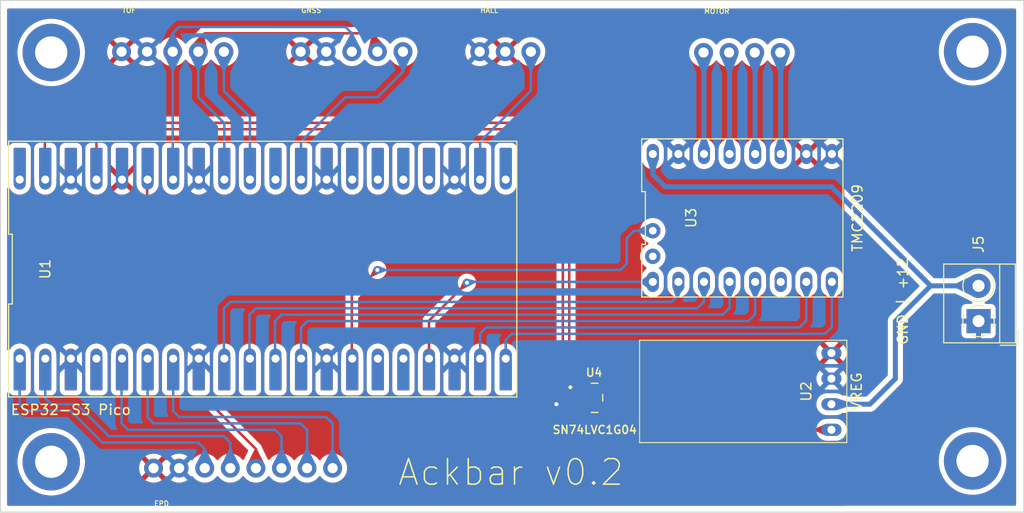
<source format=kicad_pcb>
(kicad_pcb (version 20221018) (generator pcbnew)
  (layers (0 "F.Cu" signal) (31 "B.Cu" signal) (34 "B.Paste" user) (35 "F.Paste" user) (36 "B.SilkS" user "B.Silkscreen") (37 "F.SilkS" user "F.Silkscreen") (38 "B.Mask" user) (39 "F.Mask" user) (44 "Edge.Cuts" user))
  (net 0 "")
  (net 7 "Net-(U1-3V3_EN)")
  (net 8 "Net-(U1-VSYS)")
  (net 9 "/GND")
  (net 10 "/3V3")
  (net 11 "/VIN")
  (net 12 "/SCL")
  (net 13 "/SDA")
  (net 14 "/HALL")
  (net 18 "/STP_EN")
  (net 19 "/STP_CLK")
  (net 20 "/STP_VREF")
  (net 21 "/STP_DIAG")
  (net 22 "/TOF_XSHUT")
  (net 23 "/GNSS_INT")
  (net 24 "/MOSI")
  (net 25 "/SCK")
  (net 26 "/EPD_SS")
  (net 27 "/EPD_DC")
  (net 28 "/EPD_RST")
  (net 29 "/EPD_BUSY")
  (net 30 "/MISO")
  (net 31 "/STP_MS1")
  (net 32 "/STP_MS2")
  (net 33 "/STP_MS3")
  (net 34 "/STP_PDN")
  (net 35 "/STP_STEP")
  (net 36 "/STP_DIR")
  (net 37 "/M_A2")
  (net 38 "/M_A1")
  (net 39 "/M_B1")
  (net 40 "/M_B2")
  (net 41 "Net-(U2-EN)")
  (footprint "Ackbar:Waveshare ESP32-S3 Pico" (layer "F.Cu") (at 38.143 38.654334)
    (fp_text reference "U1")
    (fp_text value "ESP32-S3 Pico")
  )
  (footprint "Ackbar:SOT95P280X145-5N" (layer "F.Cu") (at 71.105 51.435)
    (fp_text reference "U4")
    (fp_text value "SN74LVC1G04")
  )
  (footprint "MountingHole:MountingHole_3.2mm_M3_ISO7380_Pad_TopBottom" (layer "F.Cu") (at 108.628 17.064334)
    (fp_text reference "REF**" hide)
    (fp_text value "MountingHole_3.2mm_M3_ISO7380_Pad_TopBottom" hide)
  )
  (footprint "SparkFun-Connector:1X05" (layer "F.Cu") (at 24.13 17.064334)
    (fp_text reference "J1")
    (fp_text value "TOF")
  )
  (footprint "SparkFun-Connector:1X05" (layer "F.Cu") (at 41.91 17.064334)
    (fp_text reference "J2")
    (fp_text value "GNSS")
  )
  (footprint "SparkFun-Connector:1X04" (layer "F.Cu") (at 81.915 17.145)
    (fp_text reference "J4")
    (fp_text value "MOTOR")
  )
  (footprint "Ackbar:Buck Regulator" (layer "F.Cu") (at 94.615 50.8 180)
    (fp_text reference "U2")
    (fp_text value "VREG")
  )
  (footprint "MountingHole:MountingHole_3.2mm_M3_ISO7380_Pad_TopBottom" (layer "F.Cu") (at 17.145 57.785)
    (fp_text reference "REF**" hide)
    (fp_text value "MountingHole_3.2mm_M3_ISO7380_Pad_TopBottom" hide)
  )
  (footprint "SparkFun-Connector:1X03" (layer "F.Cu") (at 59.69 17.064334)
    (fp_text reference "J3")
    (fp_text value "HALL")
  )
  (footprint "MountingHole:MountingHole_3.2mm_M3_ISO7380_Pad_TopBottom" (layer "F.Cu") (at 17.145 17.145)
    (fp_text reference "REF**" hide)
    (fp_text value "MountingHole_3.2mm_M3_ISO7380_Pad_TopBottom" hide)
  )
  (footprint "TerminalBlock_4Ucon:TerminalBlock_4Ucon_1x02_P3.50mm_Horizontal" (layer "F.Cu") (at 109.22 43.815 90)
    (fp_text reference "J5")
    (fp_text value "PWR_IN" hide)
  )
  (footprint "SparkFun-Connector:1X08" (layer "F.Cu") (at 27.305 58.42)
    (fp_text reference "J6")
    (fp_text value "EPD")
  )
  (footprint "MountingHole:MountingHole_3.2mm_M3_ISO7380_Pad_TopBottom" (layer "F.Cu") (at 108.628 57.704334)
    (fp_text reference "REF**" hide)
    (fp_text value "MountingHole_3.2mm_M3_ISO7380_Pad_TopBottom" hide)
  )
  (footprint "Ackbar:BTT TMC2209" (layer "F.Cu") (at 85.768 33.574334)
    (fp_text reference "U3")
    (fp_text value "TMC2209")
  )
  (gr_rect (start 12.108 11.984334) (end 113.708 62.784334) (stroke (width 0.1)) (fill none) (layer "Edge.Cuts"))
  (gr_text "GND | +12" (at 102.278 46.274334 90) (layer "F.SilkS") (effects (font (size 1 1)) (justify left bottom)))
  (gr_text "Ackbar v0.2" (at 51.435 60.325) (layer "F.SilkS") (effects (font (size 2.54 2.54)) (justify left bottom)))
  (segment (start 68.58 51.435) (end 67.945 50.8) (width 0.25) (layer "F.Cu") (net 7))
  (segment (start 22.225 24.765) (end 21.633 25.357) (width 0.25) (layer "F.Cu") (net 7))
  (segment (start 64.77 24.765) (end 22.225 24.765) (width 0.25) (layer "F.Cu") (net 7))
  (segment (start 69.85 51.435) (end 68.58 51.435) (width 0.25) (layer "F.Cu") (net 7))
  (segment (start 67.945 27.94) (end 64.77 24.765) (width 0.25) (layer "F.Cu") (net 7))
  (segment (start 21.633 25.357) (end 21.633 29.764334) (width 0.25) (layer "F.Cu") (net 7))
  (segment (start 67.945 50.8) (end 67.945 27.94) (width 0.25) (layer "F.Cu") (net 7))
  (segment (start 68.58 27.305) (end 65.405 24.13) (width 0.25) (layer "F.Cu") (net 8))
  (segment (start 17.145 24.13) (end 16.51 24.765) (width 0.25) (layer "F.Cu") (net 8))
  (segment (start 16.51 24.765) (end 16.51 29.721334) (width 0.25) (layer "F.Cu") (net 8))
  (segment (start 65.405 24.13) (end 17.145 24.13) (width 0.25) (layer "F.Cu") (net 8))
  (segment (start 69.215 49.53) (end 68.58 48.895) (width 0.25) (layer "F.Cu") (net 8))
  (segment (start 72.36 50.135) (end 71.755 49.53) (width 0.25) (layer "F.Cu") (net 8))
  (segment (start 68.58 48.895) (end 68.58 27.305) (width 0.25) (layer "F.Cu") (net 8))
  (segment (start 71.755 49.53) (end 69.215 49.53) (width 0.25) (layer "F.Cu") (net 8))
  (segment (start 72.36 50.485) (end 72.36 50.135) (width 0.25) (layer "F.Cu") (net 8))
  (segment (start 67.625 52.385) (end 67.31 52.07) (width 0.5) (layer "F.Cu") (net 9))
  (segment (start 69.85 52.385) (end 67.625 52.385) (width 0.5) (layer "F.Cu") (net 9))
  (via (at 67.31 52.07) (size 0.8) (drill 0.4) (layers "F.Cu" "B.Cu") (net 9))
  (segment (start 100.965 49.53) (end 100.965 43.815) (width 0.5) (layer "B.Cu") (net 11))
  (segment (start 76.878 29.253) (end 76.878 27.224334) (width 0.5) (layer "B.Cu") (net 11))
  (segment (start 98.425 52.07) (end 100.965 49.53) (width 0.5) (layer "B.Cu") (net 11))
  (segment (start 78.105 30.48) (end 76.878 29.253) (width 0.5) (layer "B.Cu") (net 11))
  (segment (start 100.965 43.815) (end 104.465 40.315) (width 0.5) (layer "B.Cu") (net 11))
  (segment (start 94.63 30.48) (end 78.105 30.48) (width 0.5) (layer "B.Cu") (net 11))
  (segment (start 94.615 52.07) (end 98.425 52.07) (width 0.5) (layer "B.Cu") (net 11))
  (segment (start 104.465 40.315) (end 109.22 40.315) (width 0.5) (layer "B.Cu") (net 11))
  (segment (start 104.465 40.315) (end 94.63 30.48) (width 0.5) (layer "B.Cu") (net 11))
  (segment (start 29.845 14.605) (end 46.355 14.605) (width 0.25) (layer "B.Cu") (net 12))
  (segment (start 46.355 14.605) (end 46.99 15.24) (width 0.25) (layer "B.Cu") (net 12))
  (segment (start 29.21 15.24) (end 29.845 14.605) (width 0.25) (layer "B.Cu") (net 12))
  (segment (start 46.99 15.24) (end 46.99 17.064334) (width 0.25) (layer "B.Cu") (net 12))
  (segment (start 29.21 29.721334) (end 29.21 17.064334) (width 0.25) (layer "B.Cu") (net 12))
  (segment (start 29.21 17.064334) (end 29.21 15.24) (width 0.25) (layer "B.Cu") (net 12))
  (segment (start 48.895 15.24) (end 49.53 15.875) (width 0.25) (layer "F.Cu") (net 13))
  (segment (start 31.75 17.064334) (end 31.75 15.875) (width 0.25) (layer "F.Cu") (net 13))
  (segment (start 49.53 15.875) (end 49.53 17.064334) (width 0.25) (layer "F.Cu") (net 13))
  (segment (start 32.385 15.24) (end 48.895 15.24) (width 0.25) (layer "F.Cu") (net 13))
  (segment (start 31.75 15.875) (end 32.385 15.24) (width 0.25) (layer "F.Cu") (net 13))
  (segment (start 34.333 24.173) (end 31.75 21.59) (width 0.25) (layer "B.Cu") (net 13))
  (segment (start 34.333 29.764334) (end 34.333 24.173) (width 0.25) (layer "B.Cu") (net 13))
  (segment (start 31.75 21.59) (end 31.75 17.064334) (width 0.25) (layer "B.Cu") (net 13))
  (segment (start 59.733 25.992) (end 64.77 20.955) (width 0.25) (layer "B.Cu") (net 14))
  (segment (start 59.733 29.764334) (end 59.733 25.992) (width 0.25) (layer "B.Cu") (net 14))
  (segment (start 64.77 20.955) (end 64.77 17.064334) (width 0.25) (layer "B.Cu") (net 14))
  (segment (start 54.653 43.772) (end 54.653 47.544334) (width 0.25) (layer "F.Cu") (net 18))
  (segment (start 58.42 40.005) (end 54.653 43.772) (width 0.25) (layer "F.Cu") (net 18))
  (segment (start 58.44 39.985) (end 58.42 40.005) (width 0.25) (layer "F.Cu") (net 18))
  (via (at 58.42 40.005) (size 0.8) (drill 0.4) (layers "F.Cu" "B.Cu") (net 18))
  (segment (start 58.500666 39.924334) (end 76.878 39.924334) (width 0.25) (layer "B.Cu") (net 18))
  (segment (start 58.42 40.005) (end 58.500666 39.924334) (width 0.25) (layer "B.Cu") (net 18))
  (segment (start 46.99 41.275) (end 49.53 38.735) (width 0.25) (layer "F.Cu") (net 21))
  (segment (start 46.99 41.275) (end 46.99 47.501334) (width 0.25) (layer "F.Cu") (net 21))
  (via (at 49.53 38.735) (size 0.8) (drill 0.4) (layers "F.Cu" "B.Cu") (net 21))
  (segment (start 75.010666 34.844334) (end 74.93 34.925) (width 0.25) (layer "B.Cu") (net 21))
  (segment (start 74.295 35.56) (end 74.295 38.1) (width 0.25) (layer "B.Cu") (net 21))
  (segment (start 74.93 34.925) (end 74.295 35.56) (width 0.25) (layer "B.Cu") (net 21))
  (segment (start 76.878 34.844334) (end 75.010666 34.844334) (width 0.25) (layer "B.Cu") (net 21))
  (segment (start 49.53 38.735) (end 73.66 38.735) (width 0.25) (layer "B.Cu") (net 21))
  (segment (start 74.295 38.1) (end 73.66 38.735) (width 0.25) (layer "B.Cu") (net 21))
  (segment (start 36.873 29.764334) (end 36.873 23.538) (width 0.25) (layer "B.Cu") (net 22))
  (segment (start 34.29 20.955) (end 34.29 17.064334) (width 0.25) (layer "B.Cu") (net 22))
  (segment (start 36.873 23.538) (end 34.29 20.955) (width 0.25) (layer "B.Cu") (net 22))
  (segment (start 52.07 19.05) (end 52.07 17.064334) (width 0.25) (layer "B.Cu") (net 23))
  (segment (start 41.953 25.992) (end 46.355 21.59) (width 0.25) (layer "B.Cu") (net 23))
  (segment (start 41.953 29.764334) (end 41.953 25.992) (width 0.25) (layer "B.Cu") (net 23))
  (segment (start 46.355 21.59) (end 49.53 21.59) (width 0.25) (layer "B.Cu") (net 23))
  (segment (start 49.53 21.59) (end 52.07 19.05) (width 0.25) (layer "B.Cu") (net 23))
  (segment (start 14.605 52.705) (end 14.013 52.113) (width 0.25) (layer "B.Cu") (net 24))
  (segment (start 22.225 55.88) (end 19.05 52.705) (width 0.25) (layer "B.Cu") (net 24))
  (segment (start 31.75 55.88) (end 22.225 55.88) (width 0.25) (layer "B.Cu") (net 24))
  (segment (start 32.385 56.515) (end 31.75 55.88) (width 0.25) (layer "B.Cu") (net 24))
  (segment (start 19.05 52.705) (end 14.605 52.705) (width 0.25) (layer "B.Cu") (net 24))
  (segment (start 32.385 58.42) (end 32.385 56.515) (width 0.25) (layer "B.Cu") (net 24))
  (segment (start 14.013 52.113) (end 14.013 47.544334) (width 0.25) (layer "B.Cu") (net 24))
  (segment (start 19.685 52.07) (end 17.145 52.07) (width 0.25) (layer "B.Cu") (net 25))
  (segment (start 34.29 55.245) (end 22.86 55.245) (width 0.25) (layer "B.Cu") (net 25))
  (segment (start 34.925 58.42) (end 34.925 55.88) (width 0.25) (layer "B.Cu") (net 25))
  (segment (start 17.145 52.07) (end 16.553 51.478) (width 0.25) (layer "B.Cu") (net 25))
  (segment (start 22.86 55.245) (end 19.685 52.07) (width 0.25) (layer "B.Cu") (net 25))
  (segment (start 34.925 55.88) (end 34.29 55.245) (width 0.25) (layer "B.Cu") (net 25))
  (segment (start 16.553 51.478) (end 16.553 47.544334) (width 0.25) (layer "B.Cu") (net 25))
  (segment (start 37.465 58.42) (end 37.465 56.515) (width 0.25) (layer "F.Cu") (net 26))
  (segment (start 26.67 36.83) (end 26.67 29.807334) (width 0.25) (layer "F.Cu") (net 26))
  (segment (start 37.465 56.515) (end 33.02 52.07) (width 0.25) (layer "F.Cu") (net 26))
  (segment (start 33.02 52.07) (end 33.02 43.18) (width 0.25) (layer "F.Cu") (net 26))
  (segment (start 33.02 43.18) (end 26.67 36.83) (width 0.25) (layer "F.Cu") (net 26))
  (segment (start 24.13 53.975) (end 24.13 47.587334) (width 0.25) (layer "B.Cu") (net 27))
  (segment (start 24.765 54.61) (end 24.13 53.975) (width 0.25) (layer "B.Cu") (net 27))
  (segment (start 40.005 55.245) (end 39.37 54.61) (width 0.25) (layer "B.Cu") (net 27))
  (segment (start 39.37 54.61) (end 24.765 54.61) (width 0.25) (layer "B.Cu") (net 27))
  (segment (start 40.005 58.42) (end 40.005 55.245) (width 0.25) (layer "B.Cu") (net 27))
  (segment (start 42.545 58.42) (end 42.545 54.61) (width 0.25) (layer "B.Cu") (net 28))
  (segment (start 26.713 53.383) (end 26.713 47.544334) (width 0.25) (layer "B.Cu") (net 28))
  (segment (start 27.305 53.975) (end 26.713 53.383) (width 0.25) (layer "B.Cu") (net 28))
  (segment (start 42.545 54.61) (end 41.91 53.975) (width 0.25) (layer "B.Cu") (net 28))
  (segment (start 41.91 53.975) (end 27.305 53.975) (width 0.25) (layer "B.Cu") (net 28))
  (segment (start 45.085 58.42) (end 45.085 53.975) (width 0.25) (layer "B.Cu") (net 29))
  (segment (start 29.845 53.34) (end 29.253 52.748) (width 0.25) (layer "B.Cu") (net 29))
  (segment (start 44.45 53.34) (end 29.845 53.34) (width 0.25) (layer "B.Cu") (net 29))
  (segment (start 29.253 52.748) (end 29.253 47.544334) (width 0.25) (layer "B.Cu") (net 29))
  (segment (start 45.085 53.975) (end 44.45 53.34) (width 0.25) (layer "B.Cu") (net 29))
  (segment (start 78.74 41.91) (end 34.925 41.91) (width 0.25) (layer "B.Cu") (net 31))
  (segment (start 34.29 42.545) (end 34.29 47.501334) (width 0.25) (layer "B.Cu") (net 31))
  (segment (start 34.925 41.91) (end 34.29 42.545) (width 0.25) (layer "B.Cu") (net 31))
  (segment (start 79.418 39.924334) (end 79.418 41.232) (width 0.25) (layer "B.Cu") (net 31))
  (segment (start 79.418 41.232) (end 78.74 41.91) (width 0.25) (layer "B.Cu") (net 31))
  (segment (start 36.83 47.501334) (end 36.83 43.18) (width 0.25) (layer "B.Cu") (net 32))
  (segment (start 37.465 42.545) (end 81.28 42.545) (width 0.25) (layer "B.Cu") (net 32))
  (segment (start 36.83 43.18) (end 37.465 42.545) (width 0.25) (layer "B.Cu") (net 32))
  (segment (start 81.28 42.545) (end 81.958 41.867) (width 0.25) (layer "B.Cu") (net 32))
  (segment (start 81.958 41.867) (end 81.958 39.924334) (width 0.25) (layer "B.Cu") (net 32))
  (segment (start 40.005 43.18) (end 39.37 43.815) (width 0.25) (layer "B.Cu") (net 33))
  (segment (start 83.82 43.18) (end 40.005 43.18) (width 0.25) (layer "B.Cu") (net 33))
  (segment (start 84.498 42.502) (end 83.82 43.18) (width 0.25) (layer "B.Cu") (net 33))
  (segment (start 39.37 43.815) (end 39.37 47.501334) (width 0.25) (layer "B.Cu") (net 33))
  (segment (start 84.498 39.924334) (end 84.498 42.502) (width 0.25) (layer "B.Cu") (net 33))
  (segment (start 87.038 39.924334) (end 87.038 43.137) (width 0.25) (layer "B.Cu") (net 34))
  (segment (start 42.588 43.815) (end 41.953 44.45) (width 0.25) (layer "B.Cu") (net 34))
  (segment (start 87.038 43.137) (end 86.36 43.815) (width 0.25) (layer "B.Cu") (net 34))
  (segment (start 41.953 44.45) (end 41.953 47.544334) (width 0.25) (layer "B.Cu") (net 34))
  (segment (start 86.36 43.815) (end 42.588 43.815) (width 0.25) (layer "B.Cu") (net 34))
  (segment (start 92.118 39.924334) (end 92.118 43.772) (width 0.25) (layer "B.Cu") (net 35))
  (segment (start 60.325 44.45) (end 59.733 45.042) (width 0.25) (layer "B.Cu") (net 35))
  (segment (start 92.118 43.772) (end 91.44 44.45) (width 0.25) (layer "B.Cu") (net 35))
  (segment (start 91.44 44.45) (end 60.325 44.45) (width 0.25) (layer "B.Cu") (net 35))
  (segment (start 59.733 45.042) (end 59.733 47.544334) (width 0.25) (layer "B.Cu") (net 35))
  (segment (start 94.658 39.924334) (end 94.658 44.407) (width 0.25) (layer "B.Cu") (net 36))
  (segment (start 93.98 45.085) (end 62.865 45.085) (width 0.25) (layer "B.Cu") (net 36))
  (segment (start 94.658 44.407) (end 93.98 45.085) (width 0.25) (layer "B.Cu") (net 36))
  (segment (start 62.865 45.085) (end 62.273 45.677) (width 0.25) (layer "B.Cu") (net 36))
  (segment (start 62.273 45.677) (end 62.273 47.544334) (width 0.25) (layer "B.Cu") (net 36))
  (segment (start 81.958 27.224334) (end 81.958 17.188) (width 0.5) (layer "B.Cu") (net 37))
  (segment (start 84.498 27.224334) (end 84.498 17.188) (width 0.5) (layer "B.Cu") (net 38))
  (segment (start 87.038 27.224334) (end 87.038 17.188) (width 0.5) (layer "B.Cu") (net 39))
  (segment (start 89.578 27.224334) (end 89.578 17.188) (width 0.5) (layer "B.Cu") (net 40))
  (segment (start 74.585 54.61) (end 94.615 54.61) (width 0.25) (layer "F.Cu") (net 41))
  (segment (start 72.36 52.385) (end 74.585 54.61) (width 0.25) (layer "F.Cu") (net 41))
  (zone (net 10) (net_name "/3V3") (layer "F.Cu") (priority 1) (connect_pads (clearance 0.5)) (min_thickness 0.25) (fill yes (thermal_gap 0.5) (thermal_bridge_width 0.5))
    (polygon (pts (xy 12.065 12.065) (xy 95.885 12.065) (xy 95.885 62.865) (xy 12.065 62.865)))
  )
  (zone (net 9) (net_name "/GND") (layer "B.Cu") (connect_pads (clearance 0.5)) (min_thickness 0.25) (fill yes (thermal_gap 0.5) (thermal_bridge_width 0.5))
    (polygon (pts (xy 12.065 12.065) (xy 12.065 62.865) (xy 113.665 62.865) (xy 113.665 12.065)))
  )
)
</source>
